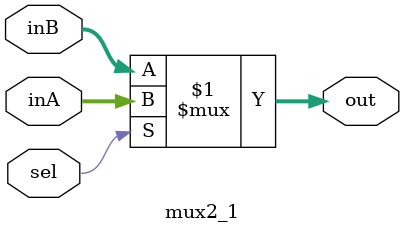
<source format=sv>
module mux2_1(
    input  logic     sel,
    input  logic     [7:0] inA, inB,
    output logic     [7:0] out
);
    assign out = sel ? inA : inB;
endmodule 
</source>
